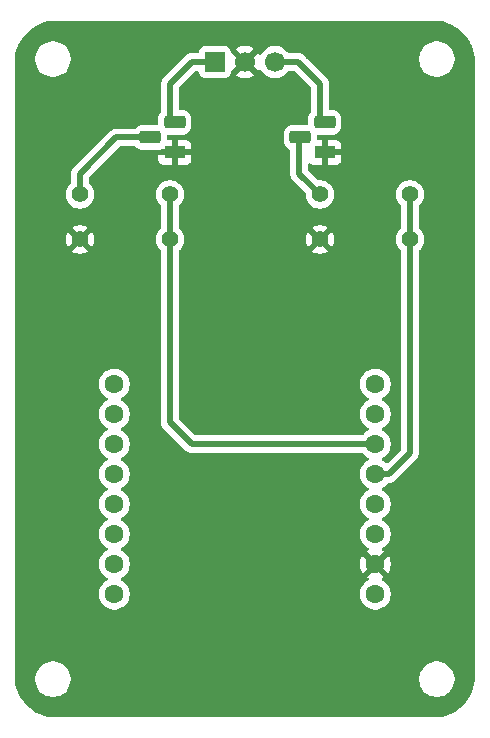
<source format=gbr>
%TF.GenerationSoftware,KiCad,Pcbnew,9.0.2-9.0.2-0~ubuntu24.04.1*%
%TF.CreationDate,2025-05-26T18:39:00-04:00*%
%TF.ProjectId,clicker,636c6963-6b65-4722-9e6b-696361645f70,rev?*%
%TF.SameCoordinates,Original*%
%TF.FileFunction,Copper,L2,Bot*%
%TF.FilePolarity,Positive*%
%FSLAX46Y46*%
G04 Gerber Fmt 4.6, Leading zero omitted, Abs format (unit mm)*
G04 Created by KiCad (PCBNEW 9.0.2-9.0.2-0~ubuntu24.04.1) date 2025-05-26 18:39:00*
%MOMM*%
%LPD*%
G01*
G04 APERTURE LIST*
G04 Aperture macros list*
%AMRoundRect*
0 Rectangle with rounded corners*
0 $1 Rounding radius*
0 $2 $3 $4 $5 $6 $7 $8 $9 X,Y pos of 4 corners*
0 Add a 4 corners polygon primitive as box body*
4,1,4,$2,$3,$4,$5,$6,$7,$8,$9,$2,$3,0*
0 Add four circle primitives for the rounded corners*
1,1,$1+$1,$2,$3*
1,1,$1+$1,$4,$5*
1,1,$1+$1,$6,$7*
1,1,$1+$1,$8,$9*
0 Add four rect primitives between the rounded corners*
20,1,$1+$1,$2,$3,$4,$5,0*
20,1,$1+$1,$4,$5,$6,$7,0*
20,1,$1+$1,$6,$7,$8,$9,0*
20,1,$1+$1,$8,$9,$2,$3,0*%
G04 Aperture macros list end*
%TA.AperFunction,ComponentPad*%
%ADD10RoundRect,0.275000X0.625000X-0.275000X0.625000X0.275000X-0.625000X0.275000X-0.625000X-0.275000X0*%
%TD*%
%TA.AperFunction,ComponentPad*%
%ADD11R,1.800000X1.100000*%
%TD*%
%TA.AperFunction,ComponentPad*%
%ADD12C,1.400000*%
%TD*%
%TA.AperFunction,ComponentPad*%
%ADD13R,1.700000X1.700000*%
%TD*%
%TA.AperFunction,ComponentPad*%
%ADD14C,1.700000*%
%TD*%
%TA.AperFunction,ComponentPad*%
%ADD15C,1.600000*%
%TD*%
%TA.AperFunction,ViaPad*%
%ADD16C,1.600000*%
%TD*%
%TA.AperFunction,Conductor*%
%ADD17C,0.500000*%
%TD*%
G04 APERTURE END LIST*
D10*
%TO.P,Q102,3,C*%
%TO.N,/B_Button*%
X154762000Y-80618000D03*
%TO.P,Q102,2,B*%
%TO.N,/B_BASE*%
X152692000Y-81888000D03*
D11*
%TO.P,Q102,1,E*%
%TO.N,GND*%
X154762000Y-83158000D03*
%TD*%
D10*
%TO.P,Q101,3,C*%
%TO.N,/A_Button*%
X142062000Y-80618000D03*
%TO.P,Q101,2,B*%
%TO.N,/A_BASE*%
X139992000Y-81888000D03*
D11*
%TO.P,Q101,1,E*%
%TO.N,GND*%
X142062000Y-83158000D03*
%TD*%
D12*
%TO.P,R102,2*%
%TO.N,/D1*%
X141650000Y-90524000D03*
%TO.P,R102,1*%
%TO.N,GND*%
X134030000Y-90524000D03*
%TD*%
%TO.P,R101,1*%
%TO.N,/D1*%
X141650000Y-86714000D03*
%TO.P,R101,2*%
%TO.N,/A_BASE*%
X134030000Y-86714000D03*
%TD*%
D13*
%TO.P,J101,1,Pin_1*%
%TO.N,/A_Button*%
X145460000Y-75500000D03*
D14*
%TO.P,J101,2,Pin_2*%
%TO.N,GND*%
X148000000Y-75500000D03*
%TO.P,J101,3,Pin_3*%
%TO.N,/B_Button*%
X150540000Y-75500000D03*
%TD*%
D15*
%TO.P,U101,1,3V3*%
%TO.N,+3V3*%
X136951000Y-120559500D03*
%TO.P,U101,2,D8*%
%TO.N,unconnected-(U101-D8-Pad2)*%
X136951000Y-118019500D03*
%TO.P,U101,3,D7*%
%TO.N,unconnected-(U101-D7-Pad3)*%
X136951000Y-115479500D03*
%TO.P,U101,4,D6*%
%TO.N,unconnected-(U101-D6-Pad4)*%
X136951000Y-112939500D03*
%TO.P,U101,5,D5*%
%TO.N,unconnected-(U101-D5-Pad5)*%
X136951000Y-110399500D03*
%TO.P,U101,6,D0*%
%TO.N,unconnected-(U101-D0-Pad6)*%
X136951000Y-107859500D03*
%TO.P,U101,7,A0*%
%TO.N,unconnected-(U101-A0-Pad7)*%
X136951000Y-105319500D03*
%TO.P,U101,8,RST*%
%TO.N,unconnected-(U101-RST-Pad8)*%
X136951000Y-102779500D03*
%TO.P,U101,9,5V*%
%TO.N,+5V*%
X159049000Y-120559500D03*
%TO.P,U101,10,GND*%
%TO.N,GND*%
X159049000Y-118019500D03*
%TO.P,U101,11,D4*%
%TO.N,unconnected-(U101-D4-Pad11)*%
X159049000Y-115479500D03*
%TO.P,U101,12,D3*%
%TO.N,unconnected-(U101-D3-Pad12)*%
X159049000Y-112939500D03*
%TO.P,U101,13,D2*%
%TO.N,/D2*%
X159049000Y-110399500D03*
%TO.P,U101,14,D1*%
%TO.N,/D1*%
X159049000Y-107859500D03*
%TO.P,U101,15,RX*%
%TO.N,unconnected-(U101-RX-Pad15)*%
X159049000Y-105319500D03*
%TO.P,U101,16,TX*%
%TO.N,unconnected-(U101-TX-Pad16)*%
X159049000Y-102779500D03*
%TD*%
D12*
%TO.P,R104,2*%
%TO.N,/D2*%
X161970000Y-90524000D03*
%TO.P,R104,1*%
%TO.N,GND*%
X154350000Y-90524000D03*
%TD*%
%TO.P,R103,1*%
%TO.N,/D2*%
X161970000Y-86714000D03*
%TO.P,R103,2*%
%TO.N,/B_BASE*%
X154350000Y-86714000D03*
%TD*%
D16*
%TO.N,GND*%
X164250000Y-101500000D03*
X148000000Y-101500000D03*
X148000000Y-127500000D03*
X148000000Y-86500000D03*
X148000000Y-116500000D03*
X131750000Y-116500000D03*
X131750000Y-86500000D03*
X164250000Y-86500000D03*
X164250000Y-116500000D03*
%TD*%
D17*
%TO.N,/D2*%
X161970000Y-90524000D02*
X161970000Y-108592000D01*
X161970000Y-108592000D02*
X160162500Y-110399500D01*
X160162500Y-110399500D02*
X159049000Y-110399500D01*
%TO.N,/D1*%
X159049000Y-107859500D02*
X143525500Y-107859500D01*
X143525500Y-107859500D02*
X141650000Y-105984000D01*
X141650000Y-105984000D02*
X141650000Y-90524000D01*
X141650000Y-90524000D02*
X141650000Y-86714000D01*
%TO.N,/A_BASE*%
X134030000Y-86714000D02*
X134030000Y-84970000D01*
X134030000Y-84970000D02*
X137112000Y-81888000D01*
X137112000Y-81888000D02*
X140392000Y-81888000D01*
%TO.N,/A_Button*%
X145460000Y-75500000D02*
X143500000Y-75500000D01*
X141662000Y-77338000D02*
X141662000Y-80618000D01*
X143500000Y-75500000D02*
X141662000Y-77338000D01*
%TO.N,/D2*%
X161970000Y-90524000D02*
X161970000Y-86714000D01*
%TO.N,/B_BASE*%
X152606000Y-81888000D02*
X153092000Y-81888000D01*
X152606000Y-84970000D02*
X152606000Y-81888000D01*
X154350000Y-86714000D02*
X152606000Y-84970000D01*
%TO.N,/B_Button*%
X152517200Y-75500000D02*
X150540000Y-75500000D01*
X154362000Y-77344800D02*
X152517200Y-75500000D01*
X154362000Y-80618000D02*
X154362000Y-77344800D01*
%TD*%
%TA.AperFunction,Conductor*%
%TO.N,GND*%
G36*
X164003032Y-72000648D02*
G01*
X164336929Y-72017052D01*
X164349037Y-72018245D01*
X164452146Y-72033539D01*
X164676699Y-72066849D01*
X164688617Y-72069219D01*
X165009951Y-72149709D01*
X165021588Y-72153240D01*
X165092806Y-72178722D01*
X165333467Y-72264832D01*
X165344688Y-72269479D01*
X165644163Y-72411120D01*
X165654871Y-72416844D01*
X165938988Y-72587137D01*
X165949106Y-72593897D01*
X166215170Y-72791224D01*
X166224576Y-72798944D01*
X166470013Y-73021395D01*
X166478604Y-73029986D01*
X166665755Y-73236475D01*
X166701055Y-73275423D01*
X166708775Y-73284829D01*
X166906102Y-73550893D01*
X166912862Y-73561011D01*
X167047982Y-73786446D01*
X167083148Y-73845116D01*
X167088883Y-73855844D01*
X167228008Y-74150000D01*
X167230514Y-74155297D01*
X167235170Y-74166540D01*
X167346759Y-74478411D01*
X167350292Y-74490055D01*
X167430777Y-74811369D01*
X167433151Y-74823305D01*
X167481754Y-75150962D01*
X167482947Y-75163071D01*
X167499351Y-75496966D01*
X167499500Y-75503051D01*
X167499500Y-127496948D01*
X167499351Y-127503033D01*
X167482947Y-127836928D01*
X167481754Y-127849037D01*
X167433151Y-128176694D01*
X167430777Y-128188630D01*
X167350292Y-128509944D01*
X167346759Y-128521588D01*
X167235170Y-128833459D01*
X167230514Y-128844702D01*
X167088885Y-129144151D01*
X167083148Y-129154883D01*
X166912862Y-129438988D01*
X166906102Y-129449106D01*
X166708775Y-129715170D01*
X166701055Y-129724576D01*
X166478611Y-129970006D01*
X166470006Y-129978611D01*
X166224576Y-130201055D01*
X166215170Y-130208775D01*
X165949106Y-130406102D01*
X165938988Y-130412862D01*
X165654883Y-130583148D01*
X165644151Y-130588885D01*
X165344702Y-130730514D01*
X165333459Y-130735170D01*
X165021588Y-130846759D01*
X165009944Y-130850292D01*
X164688630Y-130930777D01*
X164676694Y-130933151D01*
X164349037Y-130981754D01*
X164336928Y-130982947D01*
X164021989Y-130998419D01*
X164003031Y-130999351D01*
X163996949Y-130999500D01*
X132003051Y-130999500D01*
X131996968Y-130999351D01*
X131976900Y-130998365D01*
X131663071Y-130982947D01*
X131650962Y-130981754D01*
X131323305Y-130933151D01*
X131311369Y-130930777D01*
X130990055Y-130850292D01*
X130978411Y-130846759D01*
X130666540Y-130735170D01*
X130655301Y-130730515D01*
X130355844Y-130588883D01*
X130345121Y-130583150D01*
X130061011Y-130412862D01*
X130050893Y-130406102D01*
X129784829Y-130208775D01*
X129775423Y-130201055D01*
X129736475Y-130165755D01*
X129529986Y-129978604D01*
X129521395Y-129970013D01*
X129298944Y-129724576D01*
X129291224Y-129715170D01*
X129093897Y-129449106D01*
X129087137Y-129438988D01*
X128974162Y-129250500D01*
X128916844Y-129154871D01*
X128911120Y-129144163D01*
X128769479Y-128844688D01*
X128764829Y-128833459D01*
X128653240Y-128521588D01*
X128649707Y-128509944D01*
X128640958Y-128475015D01*
X128569219Y-128188617D01*
X128566848Y-128176694D01*
X128518245Y-127849037D01*
X128517052Y-127836927D01*
X128507040Y-127633120D01*
X128506980Y-127631902D01*
X130249500Y-127631902D01*
X130249500Y-127868097D01*
X130286446Y-128101368D01*
X130359433Y-128325996D01*
X130435363Y-128475015D01*
X130466657Y-128536433D01*
X130605483Y-128727510D01*
X130772490Y-128894517D01*
X130963567Y-129033343D01*
X131062991Y-129084002D01*
X131174003Y-129140566D01*
X131174005Y-129140566D01*
X131174008Y-129140568D01*
X131294412Y-129179689D01*
X131398631Y-129213553D01*
X131631903Y-129250500D01*
X131631908Y-129250500D01*
X131868097Y-129250500D01*
X132101368Y-129213553D01*
X132325992Y-129140568D01*
X132536433Y-129033343D01*
X132727510Y-128894517D01*
X132894517Y-128727510D01*
X133033343Y-128536433D01*
X133140568Y-128325992D01*
X133213553Y-128101368D01*
X133215671Y-128087993D01*
X133250500Y-127868097D01*
X133250500Y-127631902D01*
X162749500Y-127631902D01*
X162749500Y-127868097D01*
X162786446Y-128101368D01*
X162859433Y-128325996D01*
X162935363Y-128475015D01*
X162966657Y-128536433D01*
X163105483Y-128727510D01*
X163272490Y-128894517D01*
X163463567Y-129033343D01*
X163562991Y-129084002D01*
X163674003Y-129140566D01*
X163674005Y-129140566D01*
X163674008Y-129140568D01*
X163794412Y-129179689D01*
X163898631Y-129213553D01*
X164131903Y-129250500D01*
X164131908Y-129250500D01*
X164368097Y-129250500D01*
X164601368Y-129213553D01*
X164825992Y-129140568D01*
X165036433Y-129033343D01*
X165227510Y-128894517D01*
X165394517Y-128727510D01*
X165533343Y-128536433D01*
X165640568Y-128325992D01*
X165713553Y-128101368D01*
X165715671Y-128087993D01*
X165750500Y-127868097D01*
X165750500Y-127631902D01*
X165713553Y-127398631D01*
X165640566Y-127174003D01*
X165533342Y-126963566D01*
X165394517Y-126772490D01*
X165227510Y-126605483D01*
X165036433Y-126466657D01*
X164825996Y-126359433D01*
X164601368Y-126286446D01*
X164368097Y-126249500D01*
X164368092Y-126249500D01*
X164131908Y-126249500D01*
X164131903Y-126249500D01*
X163898631Y-126286446D01*
X163674003Y-126359433D01*
X163463566Y-126466657D01*
X163354550Y-126545862D01*
X163272490Y-126605483D01*
X163272488Y-126605485D01*
X163272487Y-126605485D01*
X163105485Y-126772487D01*
X163105485Y-126772488D01*
X163105483Y-126772490D01*
X163045862Y-126854550D01*
X162966657Y-126963566D01*
X162859433Y-127174003D01*
X162786446Y-127398631D01*
X162749500Y-127631902D01*
X133250500Y-127631902D01*
X133213553Y-127398631D01*
X133140566Y-127174003D01*
X133033342Y-126963566D01*
X132894517Y-126772490D01*
X132727510Y-126605483D01*
X132536433Y-126466657D01*
X132325996Y-126359433D01*
X132101368Y-126286446D01*
X131868097Y-126249500D01*
X131868092Y-126249500D01*
X131631908Y-126249500D01*
X131631903Y-126249500D01*
X131398631Y-126286446D01*
X131174003Y-126359433D01*
X130963566Y-126466657D01*
X130854550Y-126545862D01*
X130772490Y-126605483D01*
X130772488Y-126605485D01*
X130772487Y-126605485D01*
X130605485Y-126772487D01*
X130605485Y-126772488D01*
X130605483Y-126772490D01*
X130545862Y-126854550D01*
X130466657Y-126963566D01*
X130359433Y-127174003D01*
X130286446Y-127398631D01*
X130249500Y-127631902D01*
X128506980Y-127631902D01*
X128500649Y-127503033D01*
X128500500Y-127496948D01*
X128500500Y-102677148D01*
X135650500Y-102677148D01*
X135650500Y-102881851D01*
X135682522Y-103084034D01*
X135745781Y-103278723D01*
X135838715Y-103461113D01*
X135959028Y-103626713D01*
X136103786Y-103771471D01*
X136258749Y-103884056D01*
X136269390Y-103891787D01*
X136360840Y-103938383D01*
X136362080Y-103939015D01*
X136412876Y-103986990D01*
X136429671Y-104054811D01*
X136407134Y-104120946D01*
X136362080Y-104159985D01*
X136269386Y-104207215D01*
X136103786Y-104327528D01*
X135959028Y-104472286D01*
X135838715Y-104637886D01*
X135745781Y-104820276D01*
X135682522Y-105014965D01*
X135650500Y-105217148D01*
X135650500Y-105421851D01*
X135682522Y-105624034D01*
X135745781Y-105818723D01*
X135838715Y-106001113D01*
X135959028Y-106166713D01*
X136103786Y-106311471D01*
X136258749Y-106424056D01*
X136269390Y-106431787D01*
X136329499Y-106462414D01*
X136362080Y-106479015D01*
X136412876Y-106526990D01*
X136429671Y-106594811D01*
X136407134Y-106660946D01*
X136362080Y-106699985D01*
X136269386Y-106747215D01*
X136103786Y-106867528D01*
X135959028Y-107012286D01*
X135838715Y-107177886D01*
X135745781Y-107360276D01*
X135682522Y-107554965D01*
X135650500Y-107757148D01*
X135650500Y-107961851D01*
X135682522Y-108164034D01*
X135745781Y-108358723D01*
X135838715Y-108541113D01*
X135959028Y-108706713D01*
X136103786Y-108851471D01*
X136258749Y-108964056D01*
X136269390Y-108971787D01*
X136360840Y-109018383D01*
X136362080Y-109019015D01*
X136412876Y-109066990D01*
X136429671Y-109134811D01*
X136407134Y-109200946D01*
X136362080Y-109239985D01*
X136269386Y-109287215D01*
X136103786Y-109407528D01*
X135959028Y-109552286D01*
X135838715Y-109717886D01*
X135745781Y-109900276D01*
X135682522Y-110094965D01*
X135650500Y-110297148D01*
X135650500Y-110501851D01*
X135682522Y-110704034D01*
X135745781Y-110898723D01*
X135838715Y-111081113D01*
X135959028Y-111246713D01*
X136103786Y-111391471D01*
X136258749Y-111504056D01*
X136269390Y-111511787D01*
X136360840Y-111558383D01*
X136362080Y-111559015D01*
X136412876Y-111606990D01*
X136429671Y-111674811D01*
X136407134Y-111740946D01*
X136362080Y-111779985D01*
X136269386Y-111827215D01*
X136103786Y-111947528D01*
X135959028Y-112092286D01*
X135838715Y-112257886D01*
X135745781Y-112440276D01*
X135682522Y-112634965D01*
X135650500Y-112837148D01*
X135650500Y-113041851D01*
X135682522Y-113244034D01*
X135745781Y-113438723D01*
X135838715Y-113621113D01*
X135959028Y-113786713D01*
X136103786Y-113931471D01*
X136258749Y-114044056D01*
X136269390Y-114051787D01*
X136360840Y-114098383D01*
X136362080Y-114099015D01*
X136412876Y-114146990D01*
X136429671Y-114214811D01*
X136407134Y-114280946D01*
X136362080Y-114319985D01*
X136269386Y-114367215D01*
X136103786Y-114487528D01*
X135959028Y-114632286D01*
X135838715Y-114797886D01*
X135745781Y-114980276D01*
X135682522Y-115174965D01*
X135650500Y-115377148D01*
X135650500Y-115581851D01*
X135682522Y-115784034D01*
X135745781Y-115978723D01*
X135838715Y-116161113D01*
X135959028Y-116326713D01*
X136103786Y-116471471D01*
X136258749Y-116584056D01*
X136269390Y-116591787D01*
X136360840Y-116638383D01*
X136362080Y-116639015D01*
X136412876Y-116686990D01*
X136429671Y-116754811D01*
X136407134Y-116820946D01*
X136362080Y-116859985D01*
X136269386Y-116907215D01*
X136103786Y-117027528D01*
X135959028Y-117172286D01*
X135838715Y-117337886D01*
X135745781Y-117520276D01*
X135682522Y-117714965D01*
X135650500Y-117917148D01*
X135650500Y-118121851D01*
X135682522Y-118324034D01*
X135745781Y-118518723D01*
X135809691Y-118644153D01*
X135838585Y-118700859D01*
X135838715Y-118701113D01*
X135959028Y-118866713D01*
X136103786Y-119011471D01*
X136224226Y-119098974D01*
X136269390Y-119131787D01*
X136360840Y-119178383D01*
X136362080Y-119179015D01*
X136412876Y-119226990D01*
X136429671Y-119294811D01*
X136407134Y-119360946D01*
X136362080Y-119399985D01*
X136269386Y-119447215D01*
X136103786Y-119567528D01*
X135959028Y-119712286D01*
X135838715Y-119877886D01*
X135745781Y-120060276D01*
X135682522Y-120254965D01*
X135650500Y-120457148D01*
X135650500Y-120661851D01*
X135682522Y-120864034D01*
X135745781Y-121058723D01*
X135838715Y-121241113D01*
X135959028Y-121406713D01*
X136103786Y-121551471D01*
X136258749Y-121664056D01*
X136269390Y-121671787D01*
X136385607Y-121731003D01*
X136451776Y-121764718D01*
X136451778Y-121764718D01*
X136451781Y-121764720D01*
X136556137Y-121798627D01*
X136646465Y-121827977D01*
X136747557Y-121843988D01*
X136848648Y-121860000D01*
X136848649Y-121860000D01*
X137053351Y-121860000D01*
X137053352Y-121860000D01*
X137255534Y-121827977D01*
X137450219Y-121764720D01*
X137632610Y-121671787D01*
X137725590Y-121604232D01*
X137798213Y-121551471D01*
X137798215Y-121551468D01*
X137798219Y-121551466D01*
X137942966Y-121406719D01*
X137942968Y-121406715D01*
X137942971Y-121406713D01*
X137995732Y-121334090D01*
X138063287Y-121241110D01*
X138156220Y-121058719D01*
X138219477Y-120864034D01*
X138251500Y-120661852D01*
X138251500Y-120457148D01*
X138219477Y-120254966D01*
X138156220Y-120060281D01*
X138156218Y-120060278D01*
X138156218Y-120060276D01*
X138122503Y-119994107D01*
X138063287Y-119877890D01*
X138055556Y-119867249D01*
X137942971Y-119712286D01*
X137798213Y-119567528D01*
X137632614Y-119447215D01*
X137626006Y-119443848D01*
X137539917Y-119399983D01*
X137489123Y-119352011D01*
X137472328Y-119284190D01*
X137494865Y-119218055D01*
X137539917Y-119179016D01*
X137632610Y-119131787D01*
X137677774Y-119098974D01*
X137798213Y-119011471D01*
X137798215Y-119011468D01*
X137798219Y-119011466D01*
X137942966Y-118866719D01*
X137942968Y-118866715D01*
X137942971Y-118866713D01*
X137995732Y-118794090D01*
X138063287Y-118701110D01*
X138156220Y-118518719D01*
X138219477Y-118324034D01*
X138251500Y-118121852D01*
X138251500Y-117917148D01*
X138237144Y-117826507D01*
X138219477Y-117714965D01*
X138167038Y-117553575D01*
X138156220Y-117520281D01*
X138156218Y-117520278D01*
X138156218Y-117520276D01*
X138063419Y-117338150D01*
X138063287Y-117337890D01*
X138031092Y-117293577D01*
X137942971Y-117172286D01*
X137798213Y-117027528D01*
X137632614Y-116907215D01*
X137626006Y-116903848D01*
X137539917Y-116859983D01*
X137489123Y-116812011D01*
X137472328Y-116744190D01*
X137494865Y-116678055D01*
X137539917Y-116639016D01*
X137632610Y-116591787D01*
X137653770Y-116576413D01*
X137798213Y-116471471D01*
X137798215Y-116471468D01*
X137798219Y-116471466D01*
X137942966Y-116326719D01*
X137942968Y-116326715D01*
X137942971Y-116326713D01*
X137995732Y-116254090D01*
X138063287Y-116161110D01*
X138156220Y-115978719D01*
X138219477Y-115784034D01*
X138251500Y-115581852D01*
X138251500Y-115377148D01*
X138219477Y-115174966D01*
X138156220Y-114980281D01*
X138156218Y-114980278D01*
X138156218Y-114980276D01*
X138122503Y-114914107D01*
X138063287Y-114797890D01*
X138055556Y-114787249D01*
X137942971Y-114632286D01*
X137798213Y-114487528D01*
X137632614Y-114367215D01*
X137626006Y-114363848D01*
X137539917Y-114319983D01*
X137489123Y-114272011D01*
X137472328Y-114204190D01*
X137494865Y-114138055D01*
X137539917Y-114099016D01*
X137632610Y-114051787D01*
X137653770Y-114036413D01*
X137798213Y-113931471D01*
X137798215Y-113931468D01*
X137798219Y-113931466D01*
X137942966Y-113786719D01*
X137942968Y-113786715D01*
X137942971Y-113786713D01*
X137995732Y-113714090D01*
X138063287Y-113621110D01*
X138156220Y-113438719D01*
X138219477Y-113244034D01*
X138251500Y-113041852D01*
X138251500Y-112837148D01*
X138219477Y-112634966D01*
X138156220Y-112440281D01*
X138156218Y-112440278D01*
X138156218Y-112440276D01*
X138122503Y-112374107D01*
X138063287Y-112257890D01*
X138055556Y-112247249D01*
X137942971Y-112092286D01*
X137798213Y-111947528D01*
X137632614Y-111827215D01*
X137626006Y-111823848D01*
X137539917Y-111779983D01*
X137489123Y-111732011D01*
X137472328Y-111664190D01*
X137494865Y-111598055D01*
X137539917Y-111559016D01*
X137632610Y-111511787D01*
X137653770Y-111496413D01*
X137798213Y-111391471D01*
X137798215Y-111391468D01*
X137798219Y-111391466D01*
X137942966Y-111246719D01*
X137942968Y-111246715D01*
X137942971Y-111246713D01*
X138013236Y-111150000D01*
X138063287Y-111081110D01*
X138156220Y-110898719D01*
X138219477Y-110704034D01*
X138251500Y-110501852D01*
X138251500Y-110297148D01*
X138219477Y-110094966D01*
X138156220Y-109900281D01*
X138156218Y-109900278D01*
X138156218Y-109900276D01*
X138122503Y-109834107D01*
X138063287Y-109717890D01*
X138055556Y-109707249D01*
X137942971Y-109552286D01*
X137798213Y-109407528D01*
X137632614Y-109287215D01*
X137626006Y-109283848D01*
X137539917Y-109239983D01*
X137489123Y-109192011D01*
X137472328Y-109124190D01*
X137494865Y-109058055D01*
X137539917Y-109019016D01*
X137632610Y-108971787D01*
X137666052Y-108947490D01*
X137798213Y-108851471D01*
X137798215Y-108851468D01*
X137798219Y-108851466D01*
X137942966Y-108706719D01*
X137942968Y-108706715D01*
X137942971Y-108706713D01*
X138017404Y-108604263D01*
X138063287Y-108541110D01*
X138156220Y-108358719D01*
X138219477Y-108164034D01*
X138251500Y-107961852D01*
X138251500Y-107757148D01*
X138219477Y-107554966D01*
X138156220Y-107360281D01*
X138156218Y-107360278D01*
X138156218Y-107360276D01*
X138122503Y-107294107D01*
X138063287Y-107177890D01*
X138013236Y-107109000D01*
X137942971Y-107012286D01*
X137798213Y-106867528D01*
X137632614Y-106747215D01*
X137626006Y-106743848D01*
X137539917Y-106699983D01*
X137489123Y-106652011D01*
X137472328Y-106584190D01*
X137494865Y-106518055D01*
X137539917Y-106479016D01*
X137632610Y-106431787D01*
X137653770Y-106416413D01*
X137798213Y-106311471D01*
X137798215Y-106311468D01*
X137798219Y-106311466D01*
X137942966Y-106166719D01*
X137942968Y-106166715D01*
X137942971Y-106166713D01*
X138022014Y-106057918D01*
X138063287Y-106001110D01*
X138156220Y-105818719D01*
X138219477Y-105624034D01*
X138251500Y-105421852D01*
X138251500Y-105217148D01*
X138219477Y-105014966D01*
X138156220Y-104820281D01*
X138156218Y-104820278D01*
X138156218Y-104820276D01*
X138122503Y-104754107D01*
X138063287Y-104637890D01*
X138055556Y-104627249D01*
X137942971Y-104472286D01*
X137798213Y-104327528D01*
X137632614Y-104207215D01*
X137626006Y-104203848D01*
X137539917Y-104159983D01*
X137489123Y-104112011D01*
X137472328Y-104044190D01*
X137494865Y-103978055D01*
X137539917Y-103939016D01*
X137632610Y-103891787D01*
X137653770Y-103876413D01*
X137798213Y-103771471D01*
X137798215Y-103771468D01*
X137798219Y-103771466D01*
X137942966Y-103626719D01*
X137942968Y-103626715D01*
X137942971Y-103626713D01*
X137995732Y-103554090D01*
X138063287Y-103461110D01*
X138156220Y-103278719D01*
X138219477Y-103084034D01*
X138251500Y-102881852D01*
X138251500Y-102677148D01*
X138219477Y-102474966D01*
X138156220Y-102280281D01*
X138156218Y-102280278D01*
X138156218Y-102280276D01*
X138122503Y-102214107D01*
X138063287Y-102097890D01*
X138055556Y-102087249D01*
X137942971Y-101932286D01*
X137798213Y-101787528D01*
X137632613Y-101667215D01*
X137632612Y-101667214D01*
X137632610Y-101667213D01*
X137575653Y-101638191D01*
X137450223Y-101574281D01*
X137255534Y-101511022D01*
X137080995Y-101483378D01*
X137053352Y-101479000D01*
X136848648Y-101479000D01*
X136824329Y-101482851D01*
X136646465Y-101511022D01*
X136451776Y-101574281D01*
X136269386Y-101667215D01*
X136103786Y-101787528D01*
X135959028Y-101932286D01*
X135838715Y-102097886D01*
X135745781Y-102280276D01*
X135682522Y-102474965D01*
X135650500Y-102677148D01*
X128500500Y-102677148D01*
X128500500Y-91531882D01*
X133375669Y-91531882D01*
X133375670Y-91531883D01*
X133401059Y-91550329D01*
X133569362Y-91636085D01*
X133748997Y-91694451D01*
X133935553Y-91724000D01*
X134124447Y-91724000D01*
X134311002Y-91694451D01*
X134490637Y-91636085D01*
X134658937Y-91550331D01*
X134684328Y-91531883D01*
X134684328Y-91531882D01*
X134030001Y-90877554D01*
X134030000Y-90877554D01*
X133375669Y-91531882D01*
X128500500Y-91531882D01*
X128500500Y-90429552D01*
X132830000Y-90429552D01*
X132830000Y-90618447D01*
X132859548Y-90805002D01*
X132917914Y-90984637D01*
X133003666Y-91152933D01*
X133022116Y-91178328D01*
X133676446Y-90524000D01*
X133676446Y-90523999D01*
X133630369Y-90477922D01*
X133680000Y-90477922D01*
X133680000Y-90570078D01*
X133703852Y-90659095D01*
X133749930Y-90738905D01*
X133815095Y-90804070D01*
X133894905Y-90850148D01*
X133983922Y-90874000D01*
X134076078Y-90874000D01*
X134165095Y-90850148D01*
X134244905Y-90804070D01*
X134310070Y-90738905D01*
X134356148Y-90659095D01*
X134380000Y-90570078D01*
X134380000Y-90523999D01*
X134383554Y-90523999D01*
X134383554Y-90524000D01*
X135037882Y-91178328D01*
X135037883Y-91178328D01*
X135056331Y-91152937D01*
X135142085Y-90984637D01*
X135200451Y-90805002D01*
X135230000Y-90618447D01*
X135230000Y-90429552D01*
X135200451Y-90242997D01*
X135142085Y-90063362D01*
X135056329Y-89895059D01*
X135037883Y-89869670D01*
X135037882Y-89869669D01*
X134383554Y-90523999D01*
X134380000Y-90523999D01*
X134380000Y-90477922D01*
X134356148Y-90388905D01*
X134310070Y-90309095D01*
X134244905Y-90243930D01*
X134165095Y-90197852D01*
X134076078Y-90174000D01*
X133983922Y-90174000D01*
X133894905Y-90197852D01*
X133815095Y-90243930D01*
X133749930Y-90309095D01*
X133703852Y-90388905D01*
X133680000Y-90477922D01*
X133630369Y-90477922D01*
X133022116Y-89869669D01*
X133022116Y-89869670D01*
X133003669Y-89895060D01*
X132917914Y-90063362D01*
X132859548Y-90242997D01*
X132830000Y-90429552D01*
X128500500Y-90429552D01*
X128500500Y-89516116D01*
X133375669Y-89516116D01*
X134030000Y-90170446D01*
X134030001Y-90170446D01*
X134684328Y-89516116D01*
X134658933Y-89497666D01*
X134490637Y-89411914D01*
X134311002Y-89353548D01*
X134124447Y-89324000D01*
X133935553Y-89324000D01*
X133748997Y-89353548D01*
X133569362Y-89411914D01*
X133401060Y-89497669D01*
X133375670Y-89516116D01*
X133375669Y-89516116D01*
X128500500Y-89516116D01*
X128500500Y-86619513D01*
X132829500Y-86619513D01*
X132829500Y-86808486D01*
X132859059Y-86995118D01*
X132917454Y-87174836D01*
X133003240Y-87343199D01*
X133114310Y-87496073D01*
X133247927Y-87629690D01*
X133400801Y-87740760D01*
X133480347Y-87781290D01*
X133569163Y-87826545D01*
X133569165Y-87826545D01*
X133569168Y-87826547D01*
X133665497Y-87857846D01*
X133748881Y-87884940D01*
X133935514Y-87914500D01*
X133935519Y-87914500D01*
X134124486Y-87914500D01*
X134311118Y-87884940D01*
X134490832Y-87826547D01*
X134659199Y-87740760D01*
X134812073Y-87629690D01*
X134945690Y-87496073D01*
X135056760Y-87343199D01*
X135142547Y-87174832D01*
X135200940Y-86995118D01*
X135230500Y-86808486D01*
X135230500Y-86619513D01*
X140449500Y-86619513D01*
X140449500Y-86808486D01*
X140479059Y-86995118D01*
X140537454Y-87174836D01*
X140623240Y-87343199D01*
X140734310Y-87496073D01*
X140734312Y-87496075D01*
X140863181Y-87624944D01*
X140896666Y-87686267D01*
X140899500Y-87712625D01*
X140899500Y-89525374D01*
X140879815Y-89592413D01*
X140863182Y-89613055D01*
X140734309Y-89741928D01*
X140623240Y-89894800D01*
X140537454Y-90063163D01*
X140479059Y-90242881D01*
X140449500Y-90429513D01*
X140449500Y-90618486D01*
X140479059Y-90805118D01*
X140537454Y-90984836D01*
X140623104Y-91152933D01*
X140623240Y-91153199D01*
X140734310Y-91306073D01*
X140734312Y-91306075D01*
X140863181Y-91434944D01*
X140896666Y-91496267D01*
X140899500Y-91522625D01*
X140899500Y-106057918D01*
X140899500Y-106057920D01*
X140899499Y-106057920D01*
X140928340Y-106202907D01*
X140928343Y-106202917D01*
X140984914Y-106339492D01*
X141017812Y-106388727D01*
X141017813Y-106388730D01*
X141067046Y-106462414D01*
X141067052Y-106462421D01*
X142942549Y-108337916D01*
X143047084Y-108442451D01*
X143047087Y-108442453D01*
X143047088Y-108442454D01*
X143170003Y-108524583D01*
X143170006Y-108524585D01*
X143220165Y-108545361D01*
X143226580Y-108548018D01*
X143306588Y-108581159D01*
X143422741Y-108604263D01*
X143445880Y-108608865D01*
X143451581Y-108610000D01*
X143451582Y-108610000D01*
X143451583Y-108610000D01*
X143599418Y-108610000D01*
X157923582Y-108610000D01*
X157990621Y-108629685D01*
X158023900Y-108661115D01*
X158057028Y-108706712D01*
X158057032Y-108706717D01*
X158201786Y-108851471D01*
X158356749Y-108964056D01*
X158367390Y-108971787D01*
X158458840Y-109018383D01*
X158460080Y-109019015D01*
X158510876Y-109066990D01*
X158527671Y-109134811D01*
X158505134Y-109200946D01*
X158460080Y-109239985D01*
X158367386Y-109287215D01*
X158201786Y-109407528D01*
X158057028Y-109552286D01*
X157936715Y-109717886D01*
X157843781Y-109900276D01*
X157780522Y-110094965D01*
X157748500Y-110297148D01*
X157748500Y-110501851D01*
X157780522Y-110704034D01*
X157843781Y-110898723D01*
X157936715Y-111081113D01*
X158057028Y-111246713D01*
X158201786Y-111391471D01*
X158356749Y-111504056D01*
X158367390Y-111511787D01*
X158458840Y-111558383D01*
X158460080Y-111559015D01*
X158510876Y-111606990D01*
X158527671Y-111674811D01*
X158505134Y-111740946D01*
X158460080Y-111779985D01*
X158367386Y-111827215D01*
X158201786Y-111947528D01*
X158057028Y-112092286D01*
X157936715Y-112257886D01*
X157843781Y-112440276D01*
X157780522Y-112634965D01*
X157748500Y-112837148D01*
X157748500Y-113041851D01*
X157780522Y-113244034D01*
X157843781Y-113438723D01*
X157936715Y-113621113D01*
X158057028Y-113786713D01*
X158201786Y-113931471D01*
X158356749Y-114044056D01*
X158367390Y-114051787D01*
X158458840Y-114098383D01*
X158460080Y-114099015D01*
X158510876Y-114146990D01*
X158527671Y-114214811D01*
X158505134Y-114280946D01*
X158460080Y-114319985D01*
X158367386Y-114367215D01*
X158201786Y-114487528D01*
X158057028Y-114632286D01*
X157936715Y-114797886D01*
X157843781Y-114980276D01*
X157780522Y-115174965D01*
X157748500Y-115377148D01*
X157748500Y-115581851D01*
X157780522Y-115784034D01*
X157843781Y-115978723D01*
X157936715Y-116161113D01*
X158057028Y-116326713D01*
X158201786Y-116471471D01*
X158367385Y-116591784D01*
X158367387Y-116591785D01*
X158367390Y-116591787D01*
X158460080Y-116639015D01*
X158460630Y-116639295D01*
X158511426Y-116687270D01*
X158528221Y-116755091D01*
X158505684Y-116821225D01*
X158460630Y-116860265D01*
X158367644Y-116907643D01*
X158323077Y-116940023D01*
X158323077Y-116940024D01*
X158919591Y-117536537D01*
X158856007Y-117553575D01*
X158741993Y-117619401D01*
X158648901Y-117712493D01*
X158583075Y-117826507D01*
X158566037Y-117890090D01*
X157969524Y-117293577D01*
X157969523Y-117293577D01*
X157937143Y-117338144D01*
X157844244Y-117520468D01*
X157781009Y-117715082D01*
X157749000Y-117917182D01*
X157749000Y-118121817D01*
X157781009Y-118323917D01*
X157844244Y-118518531D01*
X157937141Y-118700850D01*
X157937147Y-118700859D01*
X157969523Y-118745421D01*
X157969524Y-118745422D01*
X158566037Y-118148909D01*
X158583075Y-118212493D01*
X158648901Y-118326507D01*
X158741993Y-118419599D01*
X158856007Y-118485425D01*
X158919590Y-118502462D01*
X158323076Y-119098974D01*
X158367652Y-119131361D01*
X158460628Y-119178734D01*
X158511425Y-119226708D01*
X158528220Y-119294529D01*
X158505683Y-119360664D01*
X158460630Y-119399703D01*
X158367388Y-119447213D01*
X158201786Y-119567528D01*
X158057028Y-119712286D01*
X157936715Y-119877886D01*
X157843781Y-120060276D01*
X157780522Y-120254965D01*
X157748500Y-120457148D01*
X157748500Y-120661851D01*
X157780522Y-120864034D01*
X157843781Y-121058723D01*
X157936715Y-121241113D01*
X158057028Y-121406713D01*
X158201786Y-121551471D01*
X158356749Y-121664056D01*
X158367390Y-121671787D01*
X158483607Y-121731003D01*
X158549776Y-121764718D01*
X158549778Y-121764718D01*
X158549781Y-121764720D01*
X158654137Y-121798627D01*
X158744465Y-121827977D01*
X158845557Y-121843988D01*
X158946648Y-121860000D01*
X158946649Y-121860000D01*
X159151351Y-121860000D01*
X159151352Y-121860000D01*
X159353534Y-121827977D01*
X159548219Y-121764720D01*
X159730610Y-121671787D01*
X159823590Y-121604232D01*
X159896213Y-121551471D01*
X159896215Y-121551468D01*
X159896219Y-121551466D01*
X160040966Y-121406719D01*
X160040968Y-121406715D01*
X160040971Y-121406713D01*
X160093732Y-121334090D01*
X160161287Y-121241110D01*
X160254220Y-121058719D01*
X160317477Y-120864034D01*
X160349500Y-120661852D01*
X160349500Y-120457148D01*
X160317477Y-120254966D01*
X160254220Y-120060281D01*
X160254218Y-120060278D01*
X160254218Y-120060276D01*
X160220503Y-119994107D01*
X160161287Y-119877890D01*
X160153556Y-119867249D01*
X160040971Y-119712286D01*
X159896213Y-119567528D01*
X159730611Y-119447213D01*
X159637369Y-119399703D01*
X159586574Y-119351729D01*
X159569779Y-119283907D01*
X159592317Y-119217773D01*
X159637371Y-119178734D01*
X159730346Y-119131361D01*
X159730347Y-119131361D01*
X159774921Y-119098974D01*
X159178409Y-118502462D01*
X159241993Y-118485425D01*
X159356007Y-118419599D01*
X159449099Y-118326507D01*
X159514925Y-118212493D01*
X159531962Y-118148909D01*
X160128474Y-118745421D01*
X160160859Y-118700849D01*
X160253755Y-118518531D01*
X160316990Y-118323917D01*
X160349000Y-118121817D01*
X160349000Y-117917182D01*
X160316990Y-117715082D01*
X160253755Y-117520468D01*
X160160859Y-117338150D01*
X160128474Y-117293577D01*
X160128474Y-117293576D01*
X159531962Y-117890089D01*
X159514925Y-117826507D01*
X159449099Y-117712493D01*
X159356007Y-117619401D01*
X159241993Y-117553575D01*
X159178408Y-117536537D01*
X159774922Y-116940024D01*
X159774921Y-116940023D01*
X159730359Y-116907647D01*
X159730350Y-116907641D01*
X159637369Y-116860265D01*
X159586573Y-116812290D01*
X159569778Y-116744469D01*
X159592315Y-116678335D01*
X159637370Y-116639295D01*
X159637920Y-116639015D01*
X159730610Y-116591787D01*
X159780144Y-116555798D01*
X159896213Y-116471471D01*
X159896215Y-116471468D01*
X159896219Y-116471466D01*
X160040966Y-116326719D01*
X160040968Y-116326715D01*
X160040971Y-116326713D01*
X160093732Y-116254090D01*
X160161287Y-116161110D01*
X160254220Y-115978719D01*
X160317477Y-115784034D01*
X160349500Y-115581852D01*
X160349500Y-115377148D01*
X160317477Y-115174966D01*
X160254220Y-114980281D01*
X160254218Y-114980278D01*
X160254218Y-114980276D01*
X160220503Y-114914107D01*
X160161287Y-114797890D01*
X160153556Y-114787249D01*
X160040971Y-114632286D01*
X159896213Y-114487528D01*
X159730614Y-114367215D01*
X159724006Y-114363848D01*
X159637917Y-114319983D01*
X159587123Y-114272011D01*
X159570328Y-114204190D01*
X159592865Y-114138055D01*
X159637917Y-114099016D01*
X159730610Y-114051787D01*
X159751770Y-114036413D01*
X159896213Y-113931471D01*
X159896215Y-113931468D01*
X159896219Y-113931466D01*
X160040966Y-113786719D01*
X160040968Y-113786715D01*
X160040971Y-113786713D01*
X160093732Y-113714090D01*
X160161287Y-113621110D01*
X160254220Y-113438719D01*
X160317477Y-113244034D01*
X160349500Y-113041852D01*
X160349500Y-112837148D01*
X160317477Y-112634966D01*
X160254220Y-112440281D01*
X160254218Y-112440278D01*
X160254218Y-112440276D01*
X160220503Y-112374107D01*
X160161287Y-112257890D01*
X160153556Y-112247249D01*
X160040971Y-112092286D01*
X159896213Y-111947528D01*
X159730614Y-111827215D01*
X159724006Y-111823848D01*
X159637917Y-111779983D01*
X159587123Y-111732011D01*
X159570328Y-111664190D01*
X159592865Y-111598055D01*
X159637917Y-111559016D01*
X159730610Y-111511787D01*
X159751770Y-111496413D01*
X159896213Y-111391471D01*
X159896215Y-111391468D01*
X159896219Y-111391466D01*
X160040966Y-111246719D01*
X160043650Y-111243024D01*
X160074100Y-111201115D01*
X160129429Y-111158449D01*
X160174418Y-111150000D01*
X160236420Y-111150000D01*
X160333962Y-111130596D01*
X160381413Y-111121158D01*
X160517995Y-111064584D01*
X160567229Y-111031686D01*
X160640916Y-110982452D01*
X162552952Y-109070416D01*
X162602186Y-108996729D01*
X162635084Y-108947495D01*
X162691658Y-108810913D01*
X162712384Y-108706719D01*
X162720500Y-108665920D01*
X162720500Y-91522625D01*
X162740185Y-91455586D01*
X162756819Y-91434944D01*
X162794821Y-91396942D01*
X162885690Y-91306073D01*
X162996760Y-91153199D01*
X163082547Y-90984832D01*
X163140940Y-90805118D01*
X163151427Y-90738905D01*
X163170500Y-90618486D01*
X163170500Y-90429513D01*
X163140940Y-90242881D01*
X163082545Y-90063163D01*
X163037290Y-89974347D01*
X162996760Y-89894801D01*
X162885690Y-89741927D01*
X162756818Y-89613055D01*
X162723334Y-89551732D01*
X162720500Y-89525374D01*
X162720500Y-87712625D01*
X162740185Y-87645586D01*
X162756819Y-87624944D01*
X162885690Y-87496073D01*
X162996760Y-87343199D01*
X163082547Y-87174832D01*
X163140940Y-86995118D01*
X163170500Y-86808486D01*
X163170500Y-86619513D01*
X163140940Y-86432881D01*
X163082545Y-86253163D01*
X162996759Y-86084800D01*
X162885690Y-85931927D01*
X162752073Y-85798310D01*
X162599199Y-85687240D01*
X162430836Y-85601454D01*
X162251118Y-85543059D01*
X162064486Y-85513500D01*
X162064481Y-85513500D01*
X161875519Y-85513500D01*
X161875514Y-85513500D01*
X161688881Y-85543059D01*
X161509163Y-85601454D01*
X161340800Y-85687240D01*
X161253579Y-85750610D01*
X161187927Y-85798310D01*
X161187925Y-85798312D01*
X161187924Y-85798312D01*
X161054312Y-85931924D01*
X161054312Y-85931925D01*
X161054310Y-85931927D01*
X161006610Y-85997579D01*
X160943240Y-86084800D01*
X160857454Y-86253163D01*
X160799059Y-86432881D01*
X160769500Y-86619513D01*
X160769500Y-86808486D01*
X160799059Y-86995118D01*
X160857454Y-87174836D01*
X160943240Y-87343199D01*
X161054310Y-87496073D01*
X161054312Y-87496075D01*
X161183181Y-87624944D01*
X161216666Y-87686267D01*
X161219500Y-87712625D01*
X161219500Y-89525374D01*
X161199815Y-89592413D01*
X161183182Y-89613055D01*
X161054309Y-89741928D01*
X160943240Y-89894800D01*
X160857454Y-90063163D01*
X160799059Y-90242881D01*
X160769500Y-90429513D01*
X160769500Y-90618486D01*
X160799059Y-90805118D01*
X160857454Y-90984836D01*
X160943104Y-91152933D01*
X160943240Y-91153199D01*
X161054310Y-91306073D01*
X161054312Y-91306075D01*
X161183181Y-91434944D01*
X161216666Y-91496267D01*
X161219500Y-91522625D01*
X161219500Y-108229769D01*
X161199815Y-108296808D01*
X161183181Y-108317450D01*
X160082339Y-109418292D01*
X160021016Y-109451777D01*
X159951324Y-109446793D01*
X159906977Y-109418292D01*
X159896213Y-109407528D01*
X159730614Y-109287215D01*
X159724006Y-109283848D01*
X159637917Y-109239983D01*
X159587123Y-109192011D01*
X159570328Y-109124190D01*
X159592865Y-109058055D01*
X159637917Y-109019016D01*
X159730610Y-108971787D01*
X159764052Y-108947490D01*
X159896213Y-108851471D01*
X159896215Y-108851468D01*
X159896219Y-108851466D01*
X160040966Y-108706719D01*
X160040968Y-108706715D01*
X160040971Y-108706713D01*
X160115404Y-108604263D01*
X160161287Y-108541110D01*
X160254220Y-108358719D01*
X160317477Y-108164034D01*
X160349500Y-107961852D01*
X160349500Y-107757148D01*
X160317477Y-107554966D01*
X160254220Y-107360281D01*
X160254218Y-107360278D01*
X160254218Y-107360276D01*
X160220503Y-107294107D01*
X160161287Y-107177890D01*
X160111236Y-107109000D01*
X160040971Y-107012286D01*
X159896213Y-106867528D01*
X159730614Y-106747215D01*
X159724006Y-106743848D01*
X159637917Y-106699983D01*
X159587123Y-106652011D01*
X159570328Y-106584190D01*
X159592865Y-106518055D01*
X159637917Y-106479016D01*
X159730610Y-106431787D01*
X159751770Y-106416413D01*
X159896213Y-106311471D01*
X159896215Y-106311468D01*
X159896219Y-106311466D01*
X160040966Y-106166719D01*
X160040968Y-106166715D01*
X160040971Y-106166713D01*
X160120014Y-106057918D01*
X160161287Y-106001110D01*
X160254220Y-105818719D01*
X160317477Y-105624034D01*
X160349500Y-105421852D01*
X160349500Y-105217148D01*
X160317477Y-105014966D01*
X160254220Y-104820281D01*
X160254218Y-104820278D01*
X160254218Y-104820276D01*
X160220503Y-104754107D01*
X160161287Y-104637890D01*
X160153556Y-104627249D01*
X160040971Y-104472286D01*
X159896213Y-104327528D01*
X159730614Y-104207215D01*
X159724006Y-104203848D01*
X159637917Y-104159983D01*
X159587123Y-104112011D01*
X159570328Y-104044190D01*
X159592865Y-103978055D01*
X159637917Y-103939016D01*
X159730610Y-103891787D01*
X159751770Y-103876413D01*
X159896213Y-103771471D01*
X159896215Y-103771468D01*
X159896219Y-103771466D01*
X160040966Y-103626719D01*
X160040968Y-103626715D01*
X160040971Y-103626713D01*
X160093732Y-103554090D01*
X160161287Y-103461110D01*
X160254220Y-103278719D01*
X160317477Y-103084034D01*
X160349500Y-102881852D01*
X160349500Y-102677148D01*
X160317477Y-102474966D01*
X160254220Y-102280281D01*
X160254218Y-102280278D01*
X160254218Y-102280276D01*
X160220503Y-102214107D01*
X160161287Y-102097890D01*
X160153556Y-102087249D01*
X160040971Y-101932286D01*
X159896213Y-101787528D01*
X159730613Y-101667215D01*
X159730612Y-101667214D01*
X159730610Y-101667213D01*
X159673653Y-101638191D01*
X159548223Y-101574281D01*
X159353534Y-101511022D01*
X159178995Y-101483378D01*
X159151352Y-101479000D01*
X158946648Y-101479000D01*
X158922329Y-101482851D01*
X158744465Y-101511022D01*
X158549776Y-101574281D01*
X158367386Y-101667215D01*
X158201786Y-101787528D01*
X158057028Y-101932286D01*
X157936715Y-102097886D01*
X157843781Y-102280276D01*
X157780522Y-102474965D01*
X157748500Y-102677148D01*
X157748500Y-102881851D01*
X157780522Y-103084034D01*
X157843781Y-103278723D01*
X157936715Y-103461113D01*
X158057028Y-103626713D01*
X158201786Y-103771471D01*
X158356749Y-103884056D01*
X158367390Y-103891787D01*
X158458840Y-103938383D01*
X158460080Y-103939015D01*
X158510876Y-103986990D01*
X158527671Y-104054811D01*
X158505134Y-104120946D01*
X158460080Y-104159985D01*
X158367386Y-104207215D01*
X158201786Y-104327528D01*
X158057028Y-104472286D01*
X157936715Y-104637886D01*
X157843781Y-104820276D01*
X157780522Y-105014965D01*
X157748500Y-105217148D01*
X157748500Y-105421851D01*
X157780522Y-105624034D01*
X157843781Y-105818723D01*
X157936715Y-106001113D01*
X158057028Y-106166713D01*
X158201786Y-106311471D01*
X158356749Y-106424056D01*
X158367390Y-106431787D01*
X158427499Y-106462414D01*
X158460080Y-106479015D01*
X158510876Y-106526990D01*
X158527671Y-106594811D01*
X158505134Y-106660946D01*
X158460080Y-106699985D01*
X158367386Y-106747215D01*
X158201786Y-106867528D01*
X158057032Y-107012282D01*
X158057028Y-107012287D01*
X158023900Y-107057885D01*
X157968571Y-107100551D01*
X157923582Y-107109000D01*
X143887729Y-107109000D01*
X143820690Y-107089315D01*
X143800048Y-107072681D01*
X142436819Y-105709451D01*
X142403334Y-105648128D01*
X142400500Y-105621770D01*
X142400500Y-91531882D01*
X153695669Y-91531882D01*
X153695670Y-91531883D01*
X153721059Y-91550329D01*
X153889362Y-91636085D01*
X154068997Y-91694451D01*
X154255553Y-91724000D01*
X154444447Y-91724000D01*
X154631002Y-91694451D01*
X154810637Y-91636085D01*
X154978937Y-91550331D01*
X155004328Y-91531883D01*
X155004328Y-91531882D01*
X154350001Y-90877554D01*
X154350000Y-90877554D01*
X153695669Y-91531882D01*
X142400500Y-91531882D01*
X142400500Y-91522625D01*
X142409144Y-91493184D01*
X142415668Y-91463198D01*
X142419422Y-91458182D01*
X142420185Y-91455586D01*
X142436819Y-91434944D01*
X142474821Y-91396942D01*
X142565690Y-91306073D01*
X142676760Y-91153199D01*
X142762547Y-90984832D01*
X142820940Y-90805118D01*
X142831427Y-90738905D01*
X142850500Y-90618486D01*
X142850500Y-90429552D01*
X153150000Y-90429552D01*
X153150000Y-90618447D01*
X153179548Y-90805002D01*
X153237914Y-90984637D01*
X153323666Y-91152933D01*
X153342116Y-91178328D01*
X153996446Y-90524000D01*
X153996446Y-90523999D01*
X153950369Y-90477922D01*
X154000000Y-90477922D01*
X154000000Y-90570078D01*
X154023852Y-90659095D01*
X154069930Y-90738905D01*
X154135095Y-90804070D01*
X154214905Y-90850148D01*
X154303922Y-90874000D01*
X154396078Y-90874000D01*
X154485095Y-90850148D01*
X154564905Y-90804070D01*
X154630070Y-90738905D01*
X154676148Y-90659095D01*
X154700000Y-90570078D01*
X154700000Y-90523999D01*
X154703554Y-90523999D01*
X154703554Y-90524000D01*
X155357882Y-91178328D01*
X155357883Y-91178328D01*
X155376331Y-91152937D01*
X155462085Y-90984637D01*
X155520451Y-90805002D01*
X155550000Y-90618447D01*
X155550000Y-90429552D01*
X155520451Y-90242997D01*
X155462085Y-90063362D01*
X155376329Y-89895059D01*
X155357883Y-89869670D01*
X155357882Y-89869669D01*
X154703554Y-90523999D01*
X154700000Y-90523999D01*
X154700000Y-90477922D01*
X154676148Y-90388905D01*
X154630070Y-90309095D01*
X154564905Y-90243930D01*
X154485095Y-90197852D01*
X154396078Y-90174000D01*
X154303922Y-90174000D01*
X154214905Y-90197852D01*
X154135095Y-90243930D01*
X154069930Y-90309095D01*
X154023852Y-90388905D01*
X154000000Y-90477922D01*
X153950369Y-90477922D01*
X153342116Y-89869669D01*
X153342116Y-89869670D01*
X153323669Y-89895060D01*
X153237914Y-90063362D01*
X153179548Y-90242997D01*
X153150000Y-90429552D01*
X142850500Y-90429552D01*
X142850500Y-90429513D01*
X142820940Y-90242881D01*
X142762545Y-90063163D01*
X142717290Y-89974347D01*
X142676760Y-89894801D01*
X142565690Y-89741927D01*
X142474819Y-89651056D01*
X142474819Y-89651055D01*
X142436819Y-89613055D01*
X142403334Y-89551732D01*
X142400500Y-89525374D01*
X142400500Y-89516116D01*
X153695669Y-89516116D01*
X154350000Y-90170446D01*
X154350001Y-90170446D01*
X155004328Y-89516116D01*
X154978933Y-89497666D01*
X154810637Y-89411914D01*
X154631002Y-89353548D01*
X154444447Y-89324000D01*
X154255553Y-89324000D01*
X154068997Y-89353548D01*
X153889362Y-89411914D01*
X153721060Y-89497669D01*
X153695670Y-89516116D01*
X153695669Y-89516116D01*
X142400500Y-89516116D01*
X142400500Y-87712625D01*
X142420185Y-87645586D01*
X142436819Y-87624944D01*
X142565690Y-87496073D01*
X142676760Y-87343199D01*
X142762547Y-87174832D01*
X142820940Y-86995118D01*
X142850500Y-86808486D01*
X142850500Y-86619513D01*
X142820940Y-86432881D01*
X142762545Y-86253163D01*
X142676759Y-86084800D01*
X142565690Y-85931927D01*
X142432073Y-85798310D01*
X142279199Y-85687240D01*
X142110836Y-85601454D01*
X141931118Y-85543059D01*
X141744486Y-85513500D01*
X141744481Y-85513500D01*
X141555519Y-85513500D01*
X141555514Y-85513500D01*
X141368881Y-85543059D01*
X141189163Y-85601454D01*
X141020800Y-85687240D01*
X140933579Y-85750610D01*
X140867927Y-85798310D01*
X140867925Y-85798312D01*
X140867924Y-85798312D01*
X140734312Y-85931924D01*
X140734312Y-85931925D01*
X140734310Y-85931927D01*
X140686610Y-85997579D01*
X140623240Y-86084800D01*
X140537454Y-86253163D01*
X140479059Y-86432881D01*
X140449500Y-86619513D01*
X135230500Y-86619513D01*
X135200940Y-86432881D01*
X135142545Y-86253163D01*
X135056759Y-86084800D01*
X134945690Y-85931927D01*
X134816818Y-85803055D01*
X134783334Y-85741732D01*
X134780500Y-85715374D01*
X134780500Y-85332229D01*
X134800185Y-85265190D01*
X134816819Y-85244548D01*
X137386548Y-82674819D01*
X137447871Y-82641334D01*
X137474229Y-82638500D01*
X138694415Y-82638500D01*
X138761454Y-82658185D01*
X138782096Y-82674819D01*
X138880424Y-82773147D01*
X139028394Y-82866122D01*
X139193343Y-82923841D01*
X139193349Y-82923841D01*
X139193351Y-82923842D01*
X139234750Y-82928506D01*
X139323442Y-82938499D01*
X139323445Y-82938500D01*
X139323448Y-82938500D01*
X140660555Y-82938500D01*
X140660556Y-82938499D01*
X140790657Y-82923841D01*
X140816040Y-82914959D01*
X140856995Y-82908000D01*
X141417025Y-82908000D01*
X141381930Y-82943095D01*
X141335852Y-83022905D01*
X141312000Y-83111922D01*
X141312000Y-83204078D01*
X141335852Y-83293095D01*
X141381930Y-83372905D01*
X141417025Y-83408000D01*
X140662000Y-83408000D01*
X140662000Y-83755844D01*
X140668401Y-83815372D01*
X140668403Y-83815379D01*
X140718645Y-83950086D01*
X140718649Y-83950093D01*
X140804809Y-84065187D01*
X140804812Y-84065190D01*
X140919906Y-84151350D01*
X140919913Y-84151354D01*
X141054620Y-84201596D01*
X141054627Y-84201598D01*
X141114155Y-84207999D01*
X141114172Y-84208000D01*
X141812000Y-84208000D01*
X142312000Y-84208000D01*
X143009828Y-84208000D01*
X143009844Y-84207999D01*
X143069372Y-84201598D01*
X143069379Y-84201596D01*
X143204086Y-84151354D01*
X143204093Y-84151350D01*
X143319187Y-84065190D01*
X143319190Y-84065187D01*
X143405350Y-83950093D01*
X143405354Y-83950086D01*
X143455596Y-83815379D01*
X143455598Y-83815372D01*
X143461999Y-83755844D01*
X143462000Y-83755827D01*
X143462000Y-83408000D01*
X142312000Y-83408000D01*
X142312000Y-84208000D01*
X141812000Y-84208000D01*
X141812000Y-83475542D01*
X141876905Y-83438070D01*
X141942070Y-83372905D01*
X141988148Y-83293095D01*
X142012000Y-83204078D01*
X142012000Y-83111922D01*
X141988148Y-83022905D01*
X141942070Y-82943095D01*
X141906975Y-82908000D01*
X142312000Y-82908000D01*
X143462000Y-82908000D01*
X143462000Y-82560172D01*
X143461999Y-82560155D01*
X143455598Y-82500627D01*
X143455596Y-82500620D01*
X143405354Y-82365913D01*
X143405350Y-82365906D01*
X143319190Y-82250812D01*
X143319187Y-82250809D01*
X143204093Y-82164649D01*
X143204086Y-82164645D01*
X143069379Y-82114403D01*
X143069372Y-82114401D01*
X143009844Y-82108000D01*
X142312000Y-82108000D01*
X142312000Y-82908000D01*
X141906975Y-82908000D01*
X141876905Y-82877930D01*
X141812000Y-82840457D01*
X141812000Y-82108000D01*
X141516500Y-82108000D01*
X141507814Y-82105449D01*
X141498853Y-82106738D01*
X141474812Y-82095759D01*
X141449461Y-82088315D01*
X141443533Y-82081474D01*
X141435297Y-82077713D01*
X141421007Y-82055478D01*
X141403706Y-82035511D01*
X141401418Y-82024996D01*
X141397523Y-82018935D01*
X141392500Y-81984000D01*
X141392500Y-81792500D01*
X141412185Y-81725461D01*
X141464989Y-81679706D01*
X141516500Y-81668500D01*
X142730555Y-81668500D01*
X142730556Y-81668499D01*
X142860657Y-81653841D01*
X143025606Y-81596122D01*
X143173576Y-81503147D01*
X143297147Y-81379576D01*
X143390122Y-81231606D01*
X143447841Y-81066657D01*
X143462500Y-80936552D01*
X143462500Y-80299448D01*
X143447841Y-80169343D01*
X143390122Y-80004394D01*
X143297147Y-79856424D01*
X143173576Y-79732853D01*
X143025606Y-79639878D01*
X143025605Y-79639877D01*
X143025604Y-79639877D01*
X142860658Y-79582159D01*
X142860648Y-79582157D01*
X142730558Y-79567500D01*
X142730552Y-79567500D01*
X142536500Y-79567500D01*
X142469461Y-79547815D01*
X142423706Y-79495011D01*
X142412500Y-79443500D01*
X142412500Y-77700229D01*
X142432185Y-77633190D01*
X142448819Y-77612548D01*
X143774548Y-76286819D01*
X143801475Y-76272115D01*
X143827294Y-76255523D01*
X143833494Y-76254631D01*
X143835871Y-76253334D01*
X143862229Y-76250500D01*
X143985501Y-76250500D01*
X144052540Y-76270185D01*
X144098295Y-76322989D01*
X144109501Y-76374500D01*
X144109501Y-76397876D01*
X144115908Y-76457483D01*
X144166202Y-76592328D01*
X144166206Y-76592335D01*
X144252452Y-76707544D01*
X144252455Y-76707547D01*
X144367664Y-76793793D01*
X144367671Y-76793797D01*
X144502517Y-76844091D01*
X144502516Y-76844091D01*
X144509444Y-76844835D01*
X144562127Y-76850500D01*
X146357872Y-76850499D01*
X146417483Y-76844091D01*
X146552331Y-76793796D01*
X146667546Y-76707546D01*
X146753796Y-76592331D01*
X146804091Y-76457483D01*
X146810500Y-76397873D01*
X146810499Y-76373979D01*
X146813330Y-76360963D01*
X146823940Y-76341525D01*
X146830179Y-76320275D01*
X146846803Y-76299643D01*
X146846808Y-76299636D01*
X146846811Y-76299634D01*
X146846818Y-76299626D01*
X147517037Y-75629408D01*
X147534075Y-75692993D01*
X147599901Y-75807007D01*
X147692993Y-75900099D01*
X147807007Y-75965925D01*
X147870590Y-75982962D01*
X147238282Y-76615269D01*
X147238282Y-76615270D01*
X147292449Y-76654624D01*
X147481782Y-76751095D01*
X147683870Y-76816757D01*
X147893754Y-76850000D01*
X148106246Y-76850000D01*
X148316127Y-76816757D01*
X148316130Y-76816757D01*
X148518217Y-76751095D01*
X148707554Y-76654622D01*
X148761716Y-76615270D01*
X148761717Y-76615270D01*
X148129408Y-75982962D01*
X148192993Y-75965925D01*
X148307007Y-75900099D01*
X148400099Y-75807007D01*
X148465925Y-75692993D01*
X148482962Y-75629408D01*
X149115270Y-76261717D01*
X149115270Y-76261716D01*
X149154622Y-76207555D01*
X149159232Y-76198507D01*
X149207205Y-76147709D01*
X149275025Y-76130912D01*
X149341161Y-76153447D01*
X149380204Y-76198504D01*
X149384949Y-76207817D01*
X149509890Y-76379786D01*
X149660213Y-76530109D01*
X149832179Y-76655048D01*
X149832181Y-76655049D01*
X149832184Y-76655051D01*
X150021588Y-76751557D01*
X150223757Y-76817246D01*
X150433713Y-76850500D01*
X150433714Y-76850500D01*
X150646286Y-76850500D01*
X150646287Y-76850500D01*
X150856243Y-76817246D01*
X151058412Y-76751557D01*
X151247816Y-76655051D01*
X151334138Y-76592335D01*
X151419786Y-76530109D01*
X151419788Y-76530106D01*
X151419792Y-76530104D01*
X151570104Y-76379792D01*
X151583784Y-76360963D01*
X151626903Y-76301615D01*
X151682233Y-76258949D01*
X151727221Y-76250500D01*
X152154970Y-76250500D01*
X152222009Y-76270185D01*
X152242651Y-76286819D01*
X153575181Y-77619348D01*
X153608666Y-77680671D01*
X153611500Y-77707029D01*
X153611500Y-79720415D01*
X153591815Y-79787454D01*
X153575181Y-79808096D01*
X153526853Y-79856423D01*
X153433877Y-80004395D01*
X153376159Y-80169341D01*
X153376157Y-80169351D01*
X153361500Y-80299441D01*
X153361500Y-80713500D01*
X153341815Y-80780539D01*
X153289011Y-80826294D01*
X153237500Y-80837500D01*
X152023441Y-80837500D01*
X151893351Y-80852157D01*
X151893341Y-80852159D01*
X151728395Y-80909877D01*
X151580423Y-81002853D01*
X151456853Y-81126423D01*
X151363877Y-81274395D01*
X151306159Y-81439341D01*
X151306157Y-81439351D01*
X151291500Y-81569441D01*
X151291500Y-82206558D01*
X151306157Y-82336648D01*
X151306159Y-82336658D01*
X151316396Y-82365913D01*
X151363878Y-82501606D01*
X151456853Y-82649576D01*
X151580424Y-82773147D01*
X151635893Y-82808000D01*
X151728394Y-82866122D01*
X151772454Y-82881539D01*
X151829230Y-82922261D01*
X151854978Y-82987213D01*
X151855500Y-82998581D01*
X151855500Y-85043918D01*
X151855500Y-85043920D01*
X151855499Y-85043920D01*
X151884340Y-85188907D01*
X151884343Y-85188917D01*
X151940914Y-85325492D01*
X151973812Y-85374727D01*
X151973813Y-85374730D01*
X152023046Y-85448414D01*
X152023052Y-85448421D01*
X153113181Y-86538548D01*
X153146666Y-86599871D01*
X153149500Y-86626229D01*
X153149500Y-86808486D01*
X153179059Y-86995118D01*
X153237454Y-87174836D01*
X153323240Y-87343199D01*
X153434310Y-87496073D01*
X153567927Y-87629690D01*
X153720801Y-87740760D01*
X153800347Y-87781290D01*
X153889163Y-87826545D01*
X153889165Y-87826545D01*
X153889168Y-87826547D01*
X153985497Y-87857846D01*
X154068881Y-87884940D01*
X154255514Y-87914500D01*
X154255519Y-87914500D01*
X154444486Y-87914500D01*
X154631118Y-87884940D01*
X154810832Y-87826547D01*
X154979199Y-87740760D01*
X155132073Y-87629690D01*
X155265690Y-87496073D01*
X155376760Y-87343199D01*
X155462547Y-87174832D01*
X155520940Y-86995118D01*
X155550500Y-86808486D01*
X155550500Y-86619513D01*
X155520940Y-86432881D01*
X155462545Y-86253163D01*
X155376759Y-86084800D01*
X155265690Y-85931927D01*
X155132073Y-85798310D01*
X154979199Y-85687240D01*
X154810836Y-85601454D01*
X154631118Y-85543059D01*
X154444486Y-85513500D01*
X154444481Y-85513500D01*
X154262229Y-85513500D01*
X154195190Y-85493815D01*
X154174548Y-85477181D01*
X153392819Y-84695451D01*
X153359334Y-84634128D01*
X153356500Y-84607770D01*
X153356500Y-84201885D01*
X153376185Y-84134846D01*
X153428989Y-84089091D01*
X153498147Y-84079147D01*
X153554812Y-84102619D01*
X153619910Y-84151352D01*
X153619913Y-84151354D01*
X153754620Y-84201596D01*
X153754627Y-84201598D01*
X153814155Y-84207999D01*
X153814172Y-84208000D01*
X154512000Y-84208000D01*
X155012000Y-84208000D01*
X155709828Y-84208000D01*
X155709844Y-84207999D01*
X155769372Y-84201598D01*
X155769379Y-84201596D01*
X155904086Y-84151354D01*
X155904093Y-84151350D01*
X156019187Y-84065190D01*
X156019190Y-84065187D01*
X156105350Y-83950093D01*
X156105354Y-83950086D01*
X156155596Y-83815379D01*
X156155598Y-83815372D01*
X156161999Y-83755844D01*
X156162000Y-83755827D01*
X156162000Y-83408000D01*
X155012000Y-83408000D01*
X155012000Y-84208000D01*
X154512000Y-84208000D01*
X154512000Y-83475542D01*
X154576905Y-83438070D01*
X154642070Y-83372905D01*
X154688148Y-83293095D01*
X154712000Y-83204078D01*
X154712000Y-83111922D01*
X154688148Y-83022905D01*
X154642070Y-82943095D01*
X154606975Y-82908000D01*
X155012000Y-82908000D01*
X156162000Y-82908000D01*
X156162000Y-82560172D01*
X156161999Y-82560155D01*
X156155598Y-82500627D01*
X156155596Y-82500620D01*
X156105354Y-82365913D01*
X156105350Y-82365906D01*
X156019190Y-82250812D01*
X156019187Y-82250809D01*
X155904093Y-82164649D01*
X155904086Y-82164645D01*
X155769379Y-82114403D01*
X155769372Y-82114401D01*
X155709844Y-82108000D01*
X155012000Y-82108000D01*
X155012000Y-82908000D01*
X154606975Y-82908000D01*
X154576905Y-82877930D01*
X154512000Y-82840457D01*
X154512000Y-82108000D01*
X154216500Y-82108000D01*
X154207814Y-82105449D01*
X154198853Y-82106738D01*
X154174812Y-82095759D01*
X154149461Y-82088315D01*
X154143533Y-82081474D01*
X154135297Y-82077713D01*
X154121007Y-82055478D01*
X154103706Y-82035511D01*
X154101418Y-82024996D01*
X154097523Y-82018935D01*
X154092500Y-81984000D01*
X154092500Y-81792500D01*
X154112185Y-81725461D01*
X154164989Y-81679706D01*
X154216500Y-81668500D01*
X155430555Y-81668500D01*
X155430556Y-81668499D01*
X155560657Y-81653841D01*
X155725606Y-81596122D01*
X155873576Y-81503147D01*
X155997147Y-81379576D01*
X156090122Y-81231606D01*
X156147841Y-81066657D01*
X156162500Y-80936552D01*
X156162500Y-80299448D01*
X156147841Y-80169343D01*
X156090122Y-80004394D01*
X155997147Y-79856424D01*
X155873576Y-79732853D01*
X155725606Y-79639878D01*
X155725605Y-79639877D01*
X155725604Y-79639877D01*
X155560658Y-79582159D01*
X155560648Y-79582157D01*
X155430558Y-79567500D01*
X155430552Y-79567500D01*
X155236500Y-79567500D01*
X155169461Y-79547815D01*
X155123706Y-79495011D01*
X155112500Y-79443500D01*
X155112500Y-77270879D01*
X155083659Y-77125892D01*
X155083658Y-77125891D01*
X155083658Y-77125887D01*
X155083656Y-77125882D01*
X155027087Y-76989311D01*
X155027080Y-76989298D01*
X154944952Y-76866385D01*
X154895324Y-76816757D01*
X154840416Y-76761849D01*
X154078567Y-76000000D01*
X153293285Y-75214717D01*
X153210470Y-75131902D01*
X162749500Y-75131902D01*
X162749500Y-75368097D01*
X162786446Y-75601368D01*
X162859433Y-75825996D01*
X162897191Y-75900099D01*
X162966657Y-76036433D01*
X163105483Y-76227510D01*
X163272490Y-76394517D01*
X163463567Y-76533343D01*
X163562991Y-76584002D01*
X163674003Y-76640566D01*
X163674005Y-76640566D01*
X163674008Y-76640568D01*
X163794412Y-76679689D01*
X163898631Y-76713553D01*
X164131903Y-76750500D01*
X164131908Y-76750500D01*
X164368097Y-76750500D01*
X164601368Y-76713553D01*
X164825992Y-76640568D01*
X165036433Y-76533343D01*
X165227510Y-76394517D01*
X165394517Y-76227510D01*
X165533343Y-76036433D01*
X165640568Y-75825992D01*
X165713553Y-75601368D01*
X165729608Y-75499999D01*
X165750500Y-75368097D01*
X165750500Y-75131902D01*
X165713553Y-74898631D01*
X165649134Y-74700372D01*
X165640568Y-74674008D01*
X165640566Y-74674005D01*
X165640566Y-74674003D01*
X165540906Y-74478411D01*
X165533343Y-74463567D01*
X165394517Y-74272490D01*
X165227510Y-74105483D01*
X165036433Y-73966657D01*
X164825996Y-73859433D01*
X164601368Y-73786446D01*
X164368097Y-73749500D01*
X164368092Y-73749500D01*
X164131908Y-73749500D01*
X164131903Y-73749500D01*
X163898631Y-73786446D01*
X163674003Y-73859433D01*
X163463566Y-73966657D01*
X163354550Y-74045862D01*
X163272490Y-74105483D01*
X163272488Y-74105485D01*
X163272487Y-74105485D01*
X163105485Y-74272487D01*
X163105485Y-74272488D01*
X163105483Y-74272490D01*
X163090978Y-74292455D01*
X162966657Y-74463566D01*
X162859433Y-74674003D01*
X162786446Y-74898631D01*
X162749500Y-75131902D01*
X153210470Y-75131902D01*
X152995613Y-74917045D01*
X152923835Y-74869087D01*
X152913555Y-74862218D01*
X152872695Y-74834916D01*
X152872694Y-74834915D01*
X152872692Y-74834914D01*
X152872690Y-74834913D01*
X152736117Y-74778343D01*
X152736107Y-74778340D01*
X152591120Y-74749500D01*
X152591118Y-74749500D01*
X151727221Y-74749500D01*
X151660182Y-74729815D01*
X151626903Y-74698385D01*
X151570107Y-74620211D01*
X151419786Y-74469890D01*
X151247820Y-74344951D01*
X151058414Y-74248444D01*
X151058413Y-74248443D01*
X151058412Y-74248443D01*
X150856243Y-74182754D01*
X150856241Y-74182753D01*
X150856240Y-74182753D01*
X150694957Y-74157208D01*
X150646287Y-74149500D01*
X150433713Y-74149500D01*
X150385042Y-74157208D01*
X150223760Y-74182753D01*
X150021585Y-74248444D01*
X149832179Y-74344951D01*
X149660213Y-74469890D01*
X149509890Y-74620213D01*
X149384949Y-74792182D01*
X149380202Y-74801499D01*
X149332227Y-74852293D01*
X149264405Y-74869087D01*
X149198271Y-74846548D01*
X149159234Y-74801495D01*
X149154626Y-74792452D01*
X149115270Y-74738282D01*
X149115269Y-74738282D01*
X148482962Y-75370590D01*
X148465925Y-75307007D01*
X148400099Y-75192993D01*
X148307007Y-75099901D01*
X148192993Y-75034075D01*
X148129409Y-75017037D01*
X148761716Y-74384728D01*
X148707550Y-74345375D01*
X148518217Y-74248904D01*
X148316129Y-74183242D01*
X148106246Y-74150000D01*
X147893754Y-74150000D01*
X147683872Y-74183242D01*
X147683869Y-74183242D01*
X147481782Y-74248904D01*
X147292439Y-74345380D01*
X147238282Y-74384727D01*
X147238282Y-74384728D01*
X147870591Y-75017037D01*
X147807007Y-75034075D01*
X147692993Y-75099901D01*
X147599901Y-75192993D01*
X147534075Y-75307007D01*
X147517037Y-75370591D01*
X146846818Y-74700372D01*
X146813333Y-74639049D01*
X146813330Y-74639036D01*
X146810499Y-74626015D01*
X146810499Y-74602128D01*
X146804091Y-74542517D01*
X146774644Y-74463566D01*
X146753798Y-74407673D01*
X146753793Y-74407664D01*
X146667547Y-74292455D01*
X146667544Y-74292452D01*
X146552335Y-74206206D01*
X146552328Y-74206202D01*
X146417482Y-74155908D01*
X146417483Y-74155908D01*
X146357883Y-74149501D01*
X146357881Y-74149500D01*
X146357873Y-74149500D01*
X146357864Y-74149500D01*
X144562129Y-74149500D01*
X144562123Y-74149501D01*
X144502516Y-74155908D01*
X144367671Y-74206202D01*
X144367664Y-74206206D01*
X144252455Y-74292452D01*
X144252452Y-74292455D01*
X144166206Y-74407664D01*
X144166202Y-74407671D01*
X144115908Y-74542517D01*
X144109501Y-74602116D01*
X144109500Y-74602135D01*
X144109500Y-74625500D01*
X144089815Y-74692539D01*
X144037011Y-74738294D01*
X143985500Y-74749500D01*
X143426076Y-74749500D01*
X143397242Y-74755234D01*
X143397243Y-74755235D01*
X143281092Y-74778339D01*
X143281086Y-74778341D01*
X143247668Y-74792184D01*
X143144508Y-74834914D01*
X143103645Y-74862218D01*
X143021582Y-74917049D01*
X143021579Y-74917052D01*
X141079050Y-76859580D01*
X141079044Y-76859588D01*
X141029812Y-76933268D01*
X141029813Y-76933269D01*
X140996921Y-76982496D01*
X140996914Y-76982508D01*
X140940342Y-77119086D01*
X140940340Y-77119092D01*
X140911500Y-77264079D01*
X140911500Y-79720415D01*
X140891815Y-79787454D01*
X140875181Y-79808096D01*
X140826853Y-79856423D01*
X140733877Y-80004395D01*
X140676159Y-80169341D01*
X140676157Y-80169351D01*
X140661500Y-80299441D01*
X140661500Y-80713500D01*
X140641815Y-80780539D01*
X140589011Y-80826294D01*
X140537500Y-80837500D01*
X139323441Y-80837500D01*
X139193351Y-80852157D01*
X139193341Y-80852159D01*
X139028395Y-80909877D01*
X138880423Y-81002853D01*
X138782096Y-81101181D01*
X138720773Y-81134666D01*
X138694415Y-81137500D01*
X137038080Y-81137500D01*
X136893092Y-81166340D01*
X136893082Y-81166343D01*
X136756511Y-81222912D01*
X136756498Y-81222919D01*
X136633584Y-81305048D01*
X136633580Y-81305051D01*
X133447050Y-84491580D01*
X133447044Y-84491588D01*
X133397812Y-84565268D01*
X133397813Y-84565269D01*
X133364921Y-84614496D01*
X133364914Y-84614508D01*
X133308342Y-84751086D01*
X133308340Y-84751092D01*
X133279500Y-84896079D01*
X133279500Y-85715374D01*
X133259815Y-85782413D01*
X133243182Y-85803055D01*
X133114309Y-85931928D01*
X133003240Y-86084800D01*
X132917454Y-86253163D01*
X132859059Y-86432881D01*
X132829500Y-86619513D01*
X128500500Y-86619513D01*
X128500500Y-75503051D01*
X128500649Y-75496967D01*
X128503737Y-75434108D01*
X128517052Y-75163068D01*
X128518245Y-75150961D01*
X128521072Y-75131902D01*
X130249500Y-75131902D01*
X130249500Y-75368097D01*
X130286446Y-75601368D01*
X130359433Y-75825996D01*
X130397191Y-75900099D01*
X130466657Y-76036433D01*
X130605483Y-76227510D01*
X130772490Y-76394517D01*
X130963567Y-76533343D01*
X131062991Y-76584002D01*
X131174003Y-76640566D01*
X131174005Y-76640566D01*
X131174008Y-76640568D01*
X131294412Y-76679689D01*
X131398631Y-76713553D01*
X131631903Y-76750500D01*
X131631908Y-76750500D01*
X131868097Y-76750500D01*
X132101368Y-76713553D01*
X132325992Y-76640568D01*
X132536433Y-76533343D01*
X132727510Y-76394517D01*
X132894517Y-76227510D01*
X133033343Y-76036433D01*
X133140568Y-75825992D01*
X133213553Y-75601368D01*
X133229608Y-75499999D01*
X133250500Y-75368097D01*
X133250500Y-75131902D01*
X133213553Y-74898631D01*
X133149134Y-74700372D01*
X133140568Y-74674008D01*
X133140566Y-74674005D01*
X133140566Y-74674003D01*
X133040906Y-74478411D01*
X133033343Y-74463567D01*
X132894517Y-74272490D01*
X132727510Y-74105483D01*
X132536433Y-73966657D01*
X132325996Y-73859433D01*
X132101368Y-73786446D01*
X131868097Y-73749500D01*
X131868092Y-73749500D01*
X131631908Y-73749500D01*
X131631903Y-73749500D01*
X131398631Y-73786446D01*
X131174003Y-73859433D01*
X130963566Y-73966657D01*
X130854550Y-74045862D01*
X130772490Y-74105483D01*
X130772488Y-74105485D01*
X130772487Y-74105485D01*
X130605485Y-74272487D01*
X130605485Y-74272488D01*
X130605483Y-74272490D01*
X130590978Y-74292455D01*
X130466657Y-74463566D01*
X130359433Y-74674003D01*
X130286446Y-74898631D01*
X130249500Y-75131902D01*
X128521072Y-75131902D01*
X128524493Y-75108841D01*
X128524493Y-75108840D01*
X128525819Y-75099901D01*
X128566849Y-74823296D01*
X128569218Y-74811385D01*
X128649710Y-74490043D01*
X128653240Y-74478411D01*
X128658552Y-74463566D01*
X128764835Y-74166525D01*
X128769476Y-74155318D01*
X128911124Y-73855828D01*
X128916840Y-73845136D01*
X129087145Y-73560998D01*
X129093888Y-73550905D01*
X129291232Y-73284818D01*
X129298935Y-73275433D01*
X129521405Y-73029975D01*
X129529975Y-73021405D01*
X129775433Y-72798935D01*
X129784818Y-72791232D01*
X130050905Y-72593888D01*
X130060998Y-72587145D01*
X130345136Y-72416840D01*
X130355828Y-72411124D01*
X130655318Y-72269476D01*
X130666525Y-72264835D01*
X130978412Y-72153239D01*
X130990043Y-72149710D01*
X131311385Y-72069218D01*
X131323296Y-72066849D01*
X131650962Y-72018244D01*
X131663068Y-72017052D01*
X131996967Y-72000648D01*
X132003051Y-72000500D01*
X132065892Y-72000500D01*
X163934108Y-72000500D01*
X163996949Y-72000500D01*
X164003032Y-72000648D01*
G37*
%TD.AperFunction*%
%TD*%
M02*

</source>
